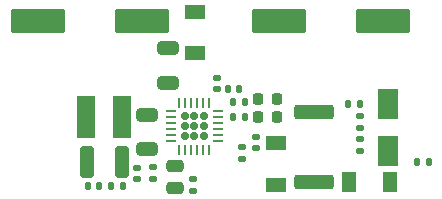
<source format=gtp>
G04 #@! TF.GenerationSoftware,KiCad,Pcbnew,(5.99.0-12840-g99442350a4)*
G04 #@! TF.CreationDate,2021-11-05T14:17:08+01:00*
G04 #@! TF.ProjectId,stknx,73746b6e-782e-46b6-9963-61645f706362,rev?*
G04 #@! TF.SameCoordinates,Original*
G04 #@! TF.FileFunction,Paste,Top*
G04 #@! TF.FilePolarity,Positive*
%FSLAX46Y46*%
G04 Gerber Fmt 4.6, Leading zero omitted, Abs format (unit mm)*
G04 Created by KiCad (PCBNEW (5.99.0-12840-g99442350a4)) date 2021-11-05 14:17:08*
%MOMM*%
%LPD*%
G01*
G04 APERTURE LIST*
G04 Aperture macros list*
%AMRoundRect*
0 Rectangle with rounded corners*
0 $1 Rounding radius*
0 $2 $3 $4 $5 $6 $7 $8 $9 X,Y pos of 4 corners*
0 Add a 4 corners polygon primitive as box body*
4,1,4,$2,$3,$4,$5,$6,$7,$8,$9,$2,$3,0*
0 Add four circle primitives for the rounded corners*
1,1,$1+$1,$2,$3*
1,1,$1+$1,$4,$5*
1,1,$1+$1,$6,$7*
1,1,$1+$1,$8,$9*
0 Add four rect primitives between the rounded corners*
20,1,$1+$1,$2,$3,$4,$5,0*
20,1,$1+$1,$4,$5,$6,$7,0*
20,1,$1+$1,$6,$7,$8,$9,0*
20,1,$1+$1,$8,$9,$2,$3,0*%
G04 Aperture macros list end*
%ADD10RoundRect,0.135000X0.185000X-0.135000X0.185000X0.135000X-0.185000X0.135000X-0.185000X-0.135000X0*%
%ADD11RoundRect,0.225000X0.225000X0.250000X-0.225000X0.250000X-0.225000X-0.250000X0.225000X-0.250000X0*%
%ADD12RoundRect,0.225000X-0.225000X-0.250000X0.225000X-0.250000X0.225000X0.250000X-0.225000X0.250000X0*%
%ADD13RoundRect,0.250001X2.049999X0.799999X-2.049999X0.799999X-2.049999X-0.799999X2.049999X-0.799999X0*%
%ADD14RoundRect,0.140000X-0.140000X-0.170000X0.140000X-0.170000X0.140000X0.170000X-0.140000X0.170000X0*%
%ADD15RoundRect,0.140000X-0.170000X0.140000X-0.170000X-0.140000X0.170000X-0.140000X0.170000X0.140000X0*%
%ADD16RoundRect,0.250000X-0.650000X0.325000X-0.650000X-0.325000X0.650000X-0.325000X0.650000X0.325000X0*%
%ADD17R,1.500000X3.600000*%
%ADD18RoundRect,0.135000X0.135000X0.185000X-0.135000X0.185000X-0.135000X-0.185000X0.135000X-0.185000X0*%
%ADD19RoundRect,0.165000X0.165000X0.165000X-0.165000X0.165000X-0.165000X-0.165000X0.165000X-0.165000X0*%
%ADD20RoundRect,0.062500X0.325000X0.062500X-0.325000X0.062500X-0.325000X-0.062500X0.325000X-0.062500X0*%
%ADD21RoundRect,0.062500X0.062500X0.325000X-0.062500X0.325000X-0.062500X-0.325000X0.062500X-0.325000X0*%
%ADD22RoundRect,0.250001X-2.049999X-0.799999X2.049999X-0.799999X2.049999X0.799999X-2.049999X0.799999X0*%
%ADD23R,1.700000X1.300000*%
%ADD24RoundRect,0.135000X-0.185000X0.135000X-0.185000X-0.135000X0.185000X-0.135000X0.185000X0.135000X0*%
%ADD25RoundRect,0.135000X-0.135000X-0.185000X0.135000X-0.185000X0.135000X0.185000X-0.135000X0.185000X0*%
%ADD26R,1.300000X1.700000*%
%ADD27RoundRect,0.140000X0.170000X-0.140000X0.170000X0.140000X-0.170000X0.140000X-0.170000X-0.140000X0*%
%ADD28RoundRect,0.250000X-0.475000X0.250000X-0.475000X-0.250000X0.475000X-0.250000X0.475000X0.250000X0*%
%ADD29R,1.800000X2.500000*%
%ADD30RoundRect,0.250000X0.325000X1.100000X-0.325000X1.100000X-0.325000X-1.100000X0.325000X-1.100000X0*%
%ADD31RoundRect,0.140000X0.140000X0.170000X-0.140000X0.170000X-0.140000X-0.170000X0.140000X-0.170000X0*%
%ADD32RoundRect,0.250000X0.650000X-0.325000X0.650000X0.325000X-0.650000X0.325000X-0.650000X-0.325000X0*%
%ADD33RoundRect,0.250000X1.425000X-0.362500X1.425000X0.362500X-1.425000X0.362500X-1.425000X-0.362500X0*%
G04 APERTURE END LIST*
D10*
X190200000Y-113210000D03*
X190200000Y-112190000D03*
D11*
X183125000Y-110300000D03*
X181575000Y-110300000D03*
D12*
X181575000Y-108800000D03*
X183125000Y-108800000D03*
D13*
X171700000Y-102200000D03*
X162900000Y-102200000D03*
D14*
X167120000Y-116200000D03*
X168080000Y-116200000D03*
D15*
X171332000Y-114614000D03*
X171332000Y-115574000D03*
D16*
X173900000Y-104525000D03*
X173900000Y-107475000D03*
D17*
X170075000Y-110300000D03*
X167025000Y-110300000D03*
D18*
X170160000Y-116200000D03*
X169140000Y-116200000D03*
D15*
X176032000Y-115614000D03*
X176032000Y-116574000D03*
D19*
X176970000Y-111920000D03*
X176970000Y-110280000D03*
X175330000Y-111100000D03*
X175330000Y-110280000D03*
X175330000Y-111920000D03*
X176150000Y-111100000D03*
X176150000Y-110280000D03*
X176150000Y-111920000D03*
X176970000Y-111100000D03*
D20*
X178137500Y-112350000D03*
X178137500Y-111850000D03*
X178137500Y-111350000D03*
X178137500Y-110850000D03*
X178137500Y-110350000D03*
X178137500Y-109850000D03*
D21*
X177400000Y-109112500D03*
X176900000Y-109112500D03*
X176400000Y-109112500D03*
X175900000Y-109112500D03*
X175400000Y-109112500D03*
X174900000Y-109112500D03*
D20*
X174162500Y-109850000D03*
X174162500Y-110350000D03*
X174162500Y-110850000D03*
X174162500Y-111350000D03*
X174162500Y-111850000D03*
X174162500Y-112350000D03*
D21*
X174900000Y-113087500D03*
X175400000Y-113087500D03*
X175900000Y-113087500D03*
X176400000Y-113087500D03*
X176900000Y-113087500D03*
X177400000Y-113087500D03*
D22*
X183300000Y-102200000D03*
X192100000Y-102200000D03*
D23*
X176200000Y-101450000D03*
X176200000Y-104950000D03*
D24*
X172632000Y-114584000D03*
X172632000Y-115604000D03*
D25*
X189190000Y-109250000D03*
X190210000Y-109250000D03*
D24*
X180200000Y-112890000D03*
X180200000Y-113910000D03*
D18*
X180460000Y-110300000D03*
X179440000Y-110300000D03*
D26*
X189250000Y-115800000D03*
X192750000Y-115800000D03*
D27*
X178050000Y-107980000D03*
X178050000Y-107020000D03*
X181400000Y-112980000D03*
X181400000Y-112020000D03*
D28*
X174532000Y-114469000D03*
X174532000Y-116369000D03*
D29*
X192600000Y-109200000D03*
X192600000Y-113200000D03*
D23*
X183100000Y-112550000D03*
X183100000Y-116050000D03*
D27*
X190200000Y-111230000D03*
X190200000Y-110270000D03*
D25*
X179440000Y-109100000D03*
X180460000Y-109100000D03*
D30*
X170025000Y-114100000D03*
X167075000Y-114100000D03*
D31*
X179930000Y-108000000D03*
X178970000Y-108000000D03*
D32*
X172150000Y-113075000D03*
X172150000Y-110125000D03*
D33*
X186300000Y-115862500D03*
X186300000Y-109937500D03*
D18*
X196010000Y-114100000D03*
X194990000Y-114100000D03*
M02*

</source>
